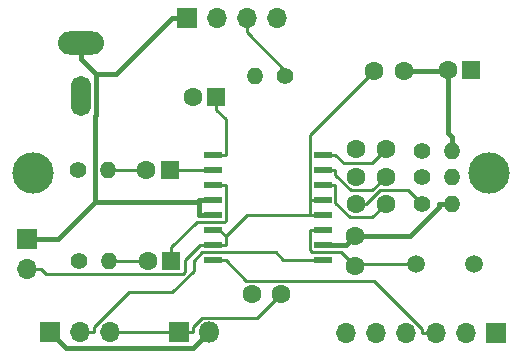
<source format=gtl>
%TF.GenerationSoftware,KiCad,Pcbnew,7.0.10-7.0.10~ubuntu22.04.1*%
%TF.CreationDate,2024-04-16T08:27:36+02:00*%
%TF.ProjectId,oric_comp_video,6f726963-5f63-46f6-9d70-5f766964656f,1*%
%TF.SameCoordinates,PX1b40518PY99d1710*%
%TF.FileFunction,Copper,L1,Top*%
%TF.FilePolarity,Positive*%
%FSLAX46Y46*%
G04 Gerber Fmt 4.6, Leading zero omitted, Abs format (unit mm)*
G04 Created by KiCad (PCBNEW 7.0.10-7.0.10~ubuntu22.04.1) date 2024-04-16 08:27:36*
%MOMM*%
%LPD*%
G01*
G04 APERTURE LIST*
%TA.AperFunction,ComponentPad*%
%ADD10C,1.600000*%
%TD*%
%TA.AperFunction,ComponentPad*%
%ADD11C,1.400000*%
%TD*%
%TA.AperFunction,ComponentPad*%
%ADD12O,1.400000X1.400000*%
%TD*%
%TA.AperFunction,ComponentPad*%
%ADD13R,1.600000X1.600000*%
%TD*%
%TA.AperFunction,ComponentPad*%
%ADD14R,1.800000X1.800000*%
%TD*%
%TA.AperFunction,ComponentPad*%
%ADD15O,1.800000X1.800000*%
%TD*%
%TA.AperFunction,ComponentPad*%
%ADD16R,1.700000X1.700000*%
%TD*%
%TA.AperFunction,ComponentPad*%
%ADD17O,1.700000X1.700000*%
%TD*%
%TA.AperFunction,ComponentPad*%
%ADD18C,3.500000*%
%TD*%
%TA.AperFunction,ComponentPad*%
%ADD19C,1.500000*%
%TD*%
%TA.AperFunction,ComponentPad*%
%ADD20O,1.700000X3.400000*%
%TD*%
%TA.AperFunction,ComponentPad*%
%ADD21O,3.900000X1.950000*%
%TD*%
%TA.AperFunction,SMDPad,CuDef*%
%ADD22R,1.500000X0.600000*%
%TD*%
%TA.AperFunction,Conductor*%
%ADD23C,0.250000*%
%TD*%
%TA.AperFunction,Conductor*%
%ADD24C,0.450000*%
%TD*%
G04 APERTURE END LIST*
D10*
%TO.P,C1,1*%
%TO.N,Net-(U1-FIN)*%
X112852200Y57870200D03*
%TO.P,C1,2*%
%TO.N,GND*%
X112852200Y60370200D03*
%TD*%
%TO.P,C2,1*%
%TO.N,Net-(U1-RIN)*%
X115468400Y63093600D03*
%TO.P,C2,2*%
%TO.N,/red_in*%
X112968400Y63093600D03*
%TD*%
%TO.P,C3,1*%
%TO.N,Net-(U1-GIN)*%
X115468400Y65405000D03*
%TO.P,C3,2*%
%TO.N,/green_in*%
X112968400Y65405000D03*
%TD*%
%TO.P,C4,1*%
%TO.N,Net-(U1-BIN)*%
X115468400Y67716400D03*
%TO.P,C4,2*%
%TO.N,/blue_in*%
X112968400Y67716400D03*
%TD*%
D11*
%TO.P,R1,1*%
%TO.N,/red_in*%
X118541800Y63093600D03*
D12*
%TO.P,R1,2*%
%TO.N,GND*%
X121081800Y63093600D03*
%TD*%
D11*
%TO.P,R2,1*%
%TO.N,/green_in*%
X118541800Y65354200D03*
D12*
%TO.P,R2,2*%
%TO.N,GND*%
X121081800Y65354200D03*
%TD*%
D11*
%TO.P,R3,1*%
%TO.N,/blue_in*%
X118541800Y67614800D03*
D12*
%TO.P,R3,2*%
%TO.N,GND*%
X121081800Y67614800D03*
%TD*%
D11*
%TO.P,R4,1*%
%TO.N,COMP*%
X89458800Y65989200D03*
D12*
%TO.P,R4,2*%
%TO.N,Net-(C8-Pad2)*%
X91998800Y65989200D03*
%TD*%
D10*
%TO.P,C7,1*%
%TO.N,GND*%
X116992400Y74371200D03*
%TO.P,C7,2*%
%TO.N,VAA*%
X114492400Y74371200D03*
%TD*%
D13*
%TO.P,C9,1*%
%TO.N,Net-(U1-LUMA)*%
X97326200Y58293000D03*
D10*
%TO.P,C9,2*%
%TO.N,Net-(C9-Pad2)*%
X95326200Y58293000D03*
%TD*%
D14*
%TO.P,D1,1,K*%
%TO.N,VAA*%
X97967800Y52247800D03*
D15*
%TO.P,D1,2,A*%
%TO.N,GND*%
X100507800Y52247800D03*
%TD*%
D16*
%TO.P,JP1,1,A*%
%TO.N,GND*%
X87060800Y52298600D03*
D17*
%TO.P,JP1,2,C*%
%TO.N,Net-(JP1-C)*%
X89600800Y52298600D03*
%TO.P,JP1,3,B*%
%TO.N,VAA*%
X92140800Y52298600D03*
%TD*%
D10*
%TO.P,C5,1*%
%TO.N,GND*%
X104114600Y55473600D03*
%TO.P,C5,2*%
%TO.N,VAA*%
X106614600Y55473600D03*
%TD*%
D13*
%TO.P,C6,1*%
%TO.N,VAA*%
X122722700Y74422000D03*
D10*
%TO.P,C6,2*%
%TO.N,GND*%
X120722700Y74422000D03*
%TD*%
D11*
%TO.P,R5,1*%
%TO.N,LUMA*%
X89484200Y58267600D03*
D12*
%TO.P,R5,2*%
%TO.N,Net-(C9-Pad2)*%
X92024200Y58267600D03*
%TD*%
D18*
%TO.P,H1,1*%
%TO.N,N/C*%
X85623400Y65684400D03*
%TD*%
%TO.P,H2,1*%
%TO.N,N/C*%
X124231400Y65684400D03*
%TD*%
D13*
%TO.P,C8,1*%
%TO.N,Net-(U1-COMP)*%
X97199200Y66014600D03*
D10*
%TO.P,C8,2*%
%TO.N,Net-(C8-Pad2)*%
X95199200Y66014600D03*
%TD*%
D13*
%TO.P,C10,1*%
%TO.N,Net-(U1-CRMA)*%
X101132700Y72186800D03*
D10*
%TO.P,C10,2*%
%TO.N,Net-(C10-Pad2)*%
X99132700Y72186800D03*
%TD*%
D19*
%TO.P,Y1,1,1*%
%TO.N,GND*%
X122936000Y58013600D03*
%TO.P,Y1,2,2*%
%TO.N,Net-(U1-FIN)*%
X118056000Y58013600D03*
%TD*%
D16*
%TO.P,J5,1,Pin_1*%
%TO.N,GND*%
X98639600Y78814200D03*
D17*
%TO.P,J5,2,Pin_2*%
%TO.N,COMP*%
X101179600Y78814200D03*
%TO.P,J5,3,Pin_3*%
%TO.N,CRMA*%
X103719600Y78814200D03*
%TO.P,J5,4,Pin_4*%
%TO.N,LUMA*%
X106259600Y78814200D03*
%TD*%
D20*
%TO.P,J3,1,In*%
%TO.N,COMP*%
X89695800Y72266400D03*
D21*
%TO.P,J3,2,Ext*%
%TO.N,GND*%
X89695800Y76766400D03*
%TD*%
D22*
%TO.P,U1,1,STDN*%
%TO.N,Net-(JP1-C)*%
X110138000Y58369200D03*
%TO.P,U1,2,AGND*%
%TO.N,GND*%
X110138000Y59639200D03*
%TO.P,U1,3,FIN*%
%TO.N,Net-(U1-FIN)*%
X110138000Y60909200D03*
%TO.P,U1,4,APOS*%
%TO.N,VAA*%
X110138000Y62179200D03*
%TO.P,U1,5,ENCD*%
X110138000Y63449200D03*
%TO.P,U1,6,RIN*%
%TO.N,Net-(U1-RIN)*%
X110138000Y64719200D03*
%TO.P,U1,7,GIN*%
%TO.N,Net-(U1-GIN)*%
X110138000Y65989200D03*
%TO.P,U1,8,BIN*%
%TO.N,Net-(U1-BIN)*%
X110138000Y67259200D03*
%TO.P,U1,9,CRMA*%
%TO.N,Net-(U1-CRMA)*%
X100838000Y67259200D03*
%TO.P,U1,10,COMP*%
%TO.N,Net-(U1-COMP)*%
X100838000Y65989200D03*
%TO.P,U1,11,LUMA*%
%TO.N,Net-(U1-LUMA)*%
X100838000Y64719200D03*
%TO.P,U1,12,SELECT*%
%TO.N,GND*%
X100838000Y63449200D03*
%TO.P,U1,13,DGND*%
X100838000Y62179200D03*
%TO.P,U1,14,DPOS*%
%TO.N,VAA*%
X100838000Y60909200D03*
%TO.P,U1,15,VSYNC*%
X100838000Y59639200D03*
%TO.P,U1,16,HSYNC*%
%TO.N,/sync_in*%
X100838000Y58369200D03*
%TD*%
D11*
%TO.P,R6,1*%
%TO.N,CRMA*%
X106984800Y73939400D03*
D12*
%TO.P,R6,2*%
%TO.N,Net-(C10-Pad2)*%
X104444800Y73939400D03*
%TD*%
D16*
%TO.P,J1,1,Pin_1*%
%TO.N,GND*%
X124815600Y52171600D03*
D17*
%TO.P,J1,2,Pin_2*%
%TO.N,VAA*%
X122275600Y52171600D03*
%TO.P,J1,3,Pin_3*%
%TO.N,/sync_in*%
X119735600Y52171600D03*
%TO.P,J1,4,Pin_4*%
%TO.N,/blue_in*%
X117195600Y52171600D03*
%TO.P,J1,5,Pin_5*%
%TO.N,/green_in*%
X114655600Y52171600D03*
%TO.P,J1,6,Pin_6*%
%TO.N,/red_in*%
X112115600Y52171600D03*
%TD*%
D16*
%TO.P,J2,1,Pin_1*%
%TO.N,GND*%
X85140800Y60121800D03*
D17*
%TO.P,J2,2,Pin_2*%
%TO.N,VAA*%
X85140800Y57581800D03*
%TD*%
D23*
%TO.N,Net-(U1-FIN)*%
X111708600Y59013800D02*
X112852200Y57870200D01*
X109062700Y60909200D02*
X109062700Y59194200D01*
X109243100Y59013800D02*
X111708600Y59013800D01*
X118056000Y58013600D02*
X112995600Y58013600D01*
X112995600Y58013600D02*
X112852200Y57870200D01*
X109062700Y59194200D02*
X109243100Y59013800D01*
X110138000Y60909200D02*
X109062700Y60909200D01*
D24*
%TO.N,GND*%
X98639600Y78814200D02*
X97364300Y78814200D01*
X120722700Y74422000D02*
X120722700Y74371200D01*
X112852200Y60370200D02*
X112121200Y59639200D01*
X100838000Y62179200D02*
X99662700Y62179200D01*
X117514400Y60370200D02*
X112852200Y60370200D01*
X120722700Y69099200D02*
X121081800Y68740100D01*
X90854500Y70543400D02*
X90980300Y70669200D01*
X87727100Y60121800D02*
X90854500Y63249200D01*
X112121200Y59639200D02*
X111313300Y59639200D01*
X121081800Y67614800D02*
X121081800Y68740100D01*
X99182400Y50922400D02*
X100507800Y52247800D01*
X86416100Y60121800D02*
X87727100Y60121800D01*
X89695800Y76766400D02*
X89695800Y75366100D01*
X85140800Y60121800D02*
X86416100Y60121800D01*
X120722700Y74371200D02*
X120722700Y69099200D01*
X90854500Y63249200D02*
X99662700Y63249200D01*
X121081800Y63093600D02*
X119956500Y63093600D01*
X99662700Y63249200D02*
X99662700Y62179200D01*
X120722700Y74371200D02*
X116992400Y74371200D01*
X99662700Y63449200D02*
X99662700Y63249200D01*
X90980300Y70669200D02*
X90980300Y74081600D01*
X92631700Y74081600D02*
X97364300Y78814200D01*
X110138000Y59639200D02*
X111313300Y59639200D01*
X87060800Y52298600D02*
X88437000Y50922400D01*
X90980300Y74081600D02*
X92631700Y74081600D01*
X88437000Y50922400D02*
X99182400Y50922400D01*
X90980300Y74081600D02*
X89695800Y75366100D01*
X90854500Y63249200D02*
X90854500Y70543400D01*
X119956500Y62812300D02*
X117514400Y60370200D01*
X119956500Y63093600D02*
X119956500Y62812300D01*
X100838000Y63449200D02*
X99662700Y63449200D01*
D23*
%TO.N,Net-(U1-RIN)*%
X111213300Y63208000D02*
X112461900Y61959400D01*
X114334200Y61959400D02*
X115468400Y63093600D01*
X111213300Y64719200D02*
X111213300Y63208000D01*
X110138000Y64719200D02*
X111213300Y64719200D01*
X112461900Y61959400D02*
X114334200Y61959400D01*
%TO.N,/red_in*%
X114991100Y64249300D02*
X113835400Y63093600D01*
X113835400Y63093600D02*
X112968400Y63093600D01*
X118541800Y63093600D02*
X117386100Y64249300D01*
X117386100Y64249300D02*
X114991100Y64249300D01*
%TO.N,Net-(U1-GIN)*%
X110138000Y65989200D02*
X111213300Y65989200D01*
X112522700Y64249300D02*
X114312700Y64249300D01*
X111213300Y65989200D02*
X111213300Y65558700D01*
X114312700Y64249300D02*
X115468400Y65405000D01*
X111213300Y65558700D02*
X112522700Y64249300D01*
%TO.N,Net-(U1-BIN)*%
X114312700Y66560700D02*
X115468400Y67716400D01*
X111911800Y66560700D02*
X114312700Y66560700D01*
X110138000Y67259200D02*
X111213300Y67259200D01*
X111213300Y67259200D02*
X111911800Y66560700D01*
%TO.N,VAA*%
X92140800Y52298600D02*
X96691700Y52298600D01*
X101913300Y60371600D02*
X103720900Y62179200D01*
X96691700Y52298600D02*
X96742500Y52247800D01*
X110138000Y63449200D02*
X109175300Y63449200D01*
X109062700Y68941500D02*
X114492400Y74371200D01*
X109175300Y63449200D02*
X109062700Y63449200D01*
X104614100Y53473100D02*
X99958800Y53473100D01*
X86730300Y57167600D02*
X98320800Y57167600D01*
X100838000Y60909200D02*
X101375700Y60909200D01*
X103720900Y62179200D02*
X109062700Y62179200D01*
X106614600Y55473600D02*
X104614100Y53473100D01*
X100838000Y59639200D02*
X99762700Y59639200D01*
X101375700Y60909200D02*
X101913300Y60371600D01*
X98454200Y58330700D02*
X99762700Y59639200D01*
X85140800Y57581800D02*
X86316100Y57581800D01*
X101913300Y60371600D02*
X101913300Y59639200D01*
X109062700Y63449200D02*
X109062700Y62179200D01*
X100838000Y59639200D02*
X101913300Y59639200D01*
X97967800Y52247800D02*
X99193100Y52247800D01*
X99193100Y52707400D02*
X99193100Y52247800D01*
X86316100Y57581800D02*
X86730300Y57167600D01*
X97967800Y52247800D02*
X96742500Y52247800D01*
X99958800Y53473100D02*
X99193100Y52707400D01*
X98320800Y57167600D02*
X98454200Y57301000D01*
X109062700Y63449200D02*
X109062700Y68941500D01*
X110138000Y62179200D02*
X109062700Y62179200D01*
X98454200Y57301000D02*
X98454200Y58330700D01*
%TO.N,Net-(U1-COMP)*%
X97199200Y66014600D02*
X98324500Y66014600D01*
X98349900Y65989200D02*
X98324500Y66014600D01*
X100838000Y65989200D02*
X98349900Y65989200D01*
%TO.N,Net-(C8-Pad2)*%
X95199200Y66014600D02*
X93049500Y66014600D01*
X91998800Y65989200D02*
X93024100Y65989200D01*
X93049500Y66014600D02*
X93024100Y65989200D01*
%TO.N,Net-(C9-Pad2)*%
X92024200Y58267600D02*
X93049500Y58267600D01*
X93074900Y58293000D02*
X93049500Y58267600D01*
X95326200Y58293000D02*
X93074900Y58293000D01*
%TO.N,Net-(U1-LUMA)*%
X101793100Y61553800D02*
X99461700Y61553800D01*
X99461700Y61553800D02*
X97326200Y59418300D01*
X100838000Y64719200D02*
X101913300Y64719200D01*
X97326200Y58293000D02*
X97326200Y59418300D01*
X101913300Y64719200D02*
X101913300Y61674000D01*
X101913300Y61674000D02*
X101793100Y61553800D01*
%TO.N,Net-(U1-CRMA)*%
X100838000Y67259200D02*
X101913300Y67259200D01*
X101132700Y72186800D02*
X101132700Y71061500D01*
X101913300Y67259200D02*
X101913300Y70280900D01*
X101913300Y70280900D02*
X101132700Y71061500D01*
%TO.N,/sync_in*%
X118560300Y52538900D02*
X118560300Y52171600D01*
X100838000Y58369200D02*
X101913300Y58369200D01*
X103683500Y56599000D02*
X114500200Y56599000D01*
X114500200Y56599000D02*
X118560300Y52538900D01*
X101913300Y58369200D02*
X103683500Y56599000D01*
X119735600Y52171600D02*
X118560300Y52171600D01*
%TO.N,Net-(JP1-C)*%
X93739900Y55629800D02*
X97419900Y55629800D01*
X99225800Y58285400D02*
X99942600Y59002200D01*
X89600800Y52298600D02*
X90776100Y52298600D01*
X90776100Y52298600D02*
X90776100Y52666000D01*
X99942600Y59002200D02*
X106187000Y59002200D01*
X90776100Y52666000D02*
X93739900Y55629800D01*
X106187000Y59002200D02*
X106820000Y58369200D01*
X106820000Y58369200D02*
X110138000Y58369200D01*
X97419900Y55629800D02*
X99225800Y57435700D01*
X99225800Y57435700D02*
X99225800Y58285400D01*
%TO.N,CRMA*%
X106984800Y74373700D02*
X106984800Y73939400D01*
X103719600Y78814200D02*
X103719600Y77638900D01*
X103719600Y77638900D02*
X106984800Y74373700D01*
%TD*%
M02*

</source>
